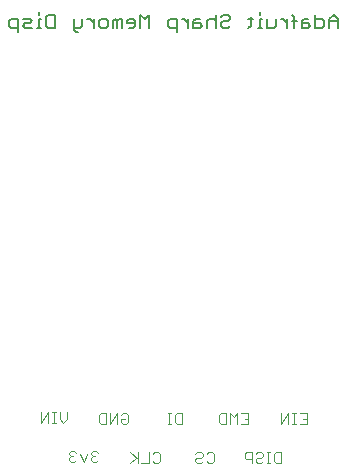
<source format=gbr>
G04 EAGLE Gerber RS-274X export*
G75*
%MOMM*%
%FSLAX34Y34*%
%LPD*%
%INSilkscreen Bottom*%
%IPPOS*%
%AMOC8*
5,1,8,0,0,1.08239X$1,22.5*%
G01*
%ADD10C,0.101600*%
%ADD11C,0.152400*%


D10*
X108712Y47760D02*
X108712Y41659D01*
X105661Y38608D01*
X102611Y41659D01*
X102611Y47760D01*
X99357Y38608D02*
X96306Y38608D01*
X97832Y38608D02*
X97832Y47760D01*
X99357Y47760D02*
X96306Y47760D01*
X93120Y47760D02*
X93120Y38608D01*
X87019Y38608D02*
X93120Y47760D01*
X87019Y47760D02*
X87019Y38608D01*
X133857Y14740D02*
X135382Y13215D01*
X133857Y14740D02*
X130806Y14740D01*
X129281Y13215D01*
X129281Y11689D01*
X130806Y10164D01*
X132331Y10164D01*
X130806Y10164D02*
X129281Y8639D01*
X129281Y7113D01*
X130806Y5588D01*
X133857Y5588D01*
X135382Y7113D01*
X126027Y11689D02*
X122976Y5588D01*
X119926Y11689D01*
X116672Y13215D02*
X115146Y14740D01*
X112096Y14740D01*
X110570Y13215D01*
X110570Y11689D01*
X112096Y10164D01*
X113621Y10164D01*
X112096Y10164D02*
X110570Y8639D01*
X110570Y7113D01*
X112096Y5588D01*
X115146Y5588D01*
X116672Y7113D01*
X154681Y44965D02*
X156206Y46490D01*
X159257Y46490D01*
X160782Y44965D01*
X160782Y38863D01*
X159257Y37338D01*
X156206Y37338D01*
X154681Y38863D01*
X154681Y41914D01*
X157731Y41914D01*
X151427Y37338D02*
X151427Y46490D01*
X145326Y37338D01*
X145326Y46490D01*
X142072Y46490D02*
X142072Y37338D01*
X137496Y37338D01*
X135970Y38863D01*
X135970Y44965D01*
X137496Y46490D01*
X142072Y46490D01*
X181351Y11945D02*
X182876Y13470D01*
X185927Y13470D01*
X187452Y11945D01*
X187452Y5843D01*
X185927Y4318D01*
X182876Y4318D01*
X181351Y5843D01*
X178097Y4318D02*
X178097Y13470D01*
X178097Y4318D02*
X171996Y4318D01*
X168742Y4318D02*
X168742Y13470D01*
X168742Y7369D02*
X162640Y13470D01*
X167216Y8894D02*
X162640Y4318D01*
X206502Y37338D02*
X206502Y46490D01*
X206502Y37338D02*
X201926Y37338D01*
X200401Y38863D01*
X200401Y44965D01*
X201926Y46490D01*
X206502Y46490D01*
X197147Y37338D02*
X194096Y37338D01*
X195622Y37338D02*
X195622Y46490D01*
X197147Y46490D02*
X194096Y46490D01*
X228596Y13470D02*
X227071Y11945D01*
X228596Y13470D02*
X231647Y13470D01*
X233172Y11945D01*
X233172Y5843D01*
X231647Y4318D01*
X228596Y4318D01*
X227071Y5843D01*
X219241Y13470D02*
X217716Y11945D01*
X219241Y13470D02*
X222292Y13470D01*
X223817Y11945D01*
X223817Y10419D01*
X222292Y8894D01*
X219241Y8894D01*
X217716Y7369D01*
X217716Y5843D01*
X219241Y4318D01*
X222292Y4318D01*
X223817Y5843D01*
X256281Y46490D02*
X262382Y46490D01*
X262382Y37338D01*
X256281Y37338D01*
X259331Y41914D02*
X262382Y41914D01*
X253027Y37338D02*
X253027Y46490D01*
X249976Y43439D01*
X246926Y46490D01*
X246926Y37338D01*
X243672Y37338D02*
X243672Y46490D01*
X243672Y37338D02*
X239096Y37338D01*
X237570Y38863D01*
X237570Y44965D01*
X239096Y46490D01*
X243672Y46490D01*
X290322Y13470D02*
X290322Y4318D01*
X285746Y4318D01*
X284221Y5843D01*
X284221Y11945D01*
X285746Y13470D01*
X290322Y13470D01*
X280967Y4318D02*
X277916Y4318D01*
X279442Y4318D02*
X279442Y13470D01*
X280967Y13470D02*
X277916Y13470D01*
X270154Y13470D02*
X268629Y11945D01*
X270154Y13470D02*
X273205Y13470D01*
X274730Y11945D01*
X274730Y10419D01*
X273205Y8894D01*
X270154Y8894D01*
X268629Y7369D01*
X268629Y5843D01*
X270154Y4318D01*
X273205Y4318D01*
X274730Y5843D01*
X265375Y4318D02*
X265375Y13470D01*
X260799Y13470D01*
X259274Y11945D01*
X259274Y8894D01*
X260799Y7369D01*
X265375Y7369D01*
X305811Y46490D02*
X311912Y46490D01*
X311912Y37338D01*
X305811Y37338D01*
X308861Y41914D02*
X311912Y41914D01*
X302557Y37338D02*
X299506Y37338D01*
X301032Y37338D02*
X301032Y46490D01*
X302557Y46490D02*
X299506Y46490D01*
X296320Y46490D02*
X296320Y37338D01*
X290219Y37338D02*
X296320Y46490D01*
X290219Y46490D02*
X290219Y37338D01*
D11*
X338328Y372872D02*
X338328Y380329D01*
X334600Y384058D01*
X330871Y380329D01*
X330871Y372872D01*
X330871Y378465D02*
X338328Y378465D01*
X319177Y384058D02*
X319177Y372872D01*
X324770Y372872D01*
X326634Y374736D01*
X326634Y378465D01*
X324770Y380329D01*
X319177Y380329D01*
X313076Y380329D02*
X309347Y380329D01*
X307483Y378465D01*
X307483Y372872D01*
X313076Y372872D01*
X314940Y374736D01*
X313076Y376601D01*
X307483Y376601D01*
X301382Y372872D02*
X301382Y382193D01*
X299518Y384058D01*
X299518Y378465D02*
X303246Y378465D01*
X295450Y380329D02*
X295450Y372872D01*
X295450Y376601D02*
X291722Y380329D01*
X289857Y380329D01*
X285705Y380329D02*
X285705Y374736D01*
X283841Y372872D01*
X278248Y372872D01*
X278248Y380329D01*
X274011Y380329D02*
X272147Y380329D01*
X272147Y372872D01*
X274011Y372872D02*
X270283Y372872D01*
X272147Y384058D02*
X272147Y385922D01*
X264351Y382193D02*
X264351Y374736D01*
X262487Y372872D01*
X262487Y380329D02*
X266215Y380329D01*
X241133Y384058D02*
X239268Y382193D01*
X241133Y384058D02*
X244861Y384058D01*
X246725Y382193D01*
X246725Y380329D01*
X244861Y378465D01*
X241133Y378465D01*
X239268Y376601D01*
X239268Y374736D01*
X241133Y372872D01*
X244861Y372872D01*
X246725Y374736D01*
X235031Y372872D02*
X235031Y384058D01*
X233167Y380329D02*
X235031Y378465D01*
X233167Y380329D02*
X229439Y380329D01*
X227574Y378465D01*
X227574Y372872D01*
X221473Y380329D02*
X217745Y380329D01*
X215880Y378465D01*
X215880Y372872D01*
X221473Y372872D01*
X223337Y374736D01*
X221473Y376601D01*
X215880Y376601D01*
X211643Y380329D02*
X211643Y372872D01*
X211643Y376601D02*
X207915Y380329D01*
X206051Y380329D01*
X201898Y380329D02*
X201898Y369144D01*
X201898Y380329D02*
X196306Y380329D01*
X194441Y378465D01*
X194441Y374736D01*
X196306Y372872D01*
X201898Y372872D01*
X178510Y372872D02*
X178510Y384058D01*
X174782Y380329D01*
X171053Y384058D01*
X171053Y372872D01*
X164952Y372872D02*
X161224Y372872D01*
X164952Y372872D02*
X166817Y374736D01*
X166817Y378465D01*
X164952Y380329D01*
X161224Y380329D01*
X159359Y378465D01*
X159359Y376601D01*
X166817Y376601D01*
X155123Y380329D02*
X155123Y372872D01*
X155123Y380329D02*
X153258Y380329D01*
X151394Y378465D01*
X151394Y372872D01*
X151394Y378465D02*
X149530Y380329D01*
X147666Y378465D01*
X147666Y372872D01*
X141564Y372872D02*
X137836Y372872D01*
X135972Y374736D01*
X135972Y378465D01*
X137836Y380329D01*
X141564Y380329D01*
X143429Y378465D01*
X143429Y374736D01*
X141564Y372872D01*
X131735Y372872D02*
X131735Y380329D01*
X131735Y376601D02*
X128006Y380329D01*
X126142Y380329D01*
X121990Y380329D02*
X121990Y374736D01*
X120125Y372872D01*
X114533Y372872D01*
X114533Y371008D02*
X114533Y380329D01*
X114533Y371008D02*
X116397Y369144D01*
X118261Y369144D01*
X98602Y372872D02*
X98602Y384058D01*
X98602Y372872D02*
X93009Y372872D01*
X91145Y374736D01*
X91145Y382193D01*
X93009Y384058D01*
X98602Y384058D01*
X86908Y380329D02*
X85043Y380329D01*
X85043Y372872D01*
X83179Y372872D02*
X86908Y372872D01*
X85043Y384058D02*
X85043Y385922D01*
X79112Y372872D02*
X73519Y372872D01*
X71655Y374736D01*
X73519Y376601D01*
X77248Y376601D01*
X79112Y378465D01*
X77248Y380329D01*
X71655Y380329D01*
X67418Y380329D02*
X67418Y369144D01*
X67418Y380329D02*
X61825Y380329D01*
X59961Y378465D01*
X59961Y374736D01*
X61825Y372872D01*
X67418Y372872D01*
M02*

</source>
